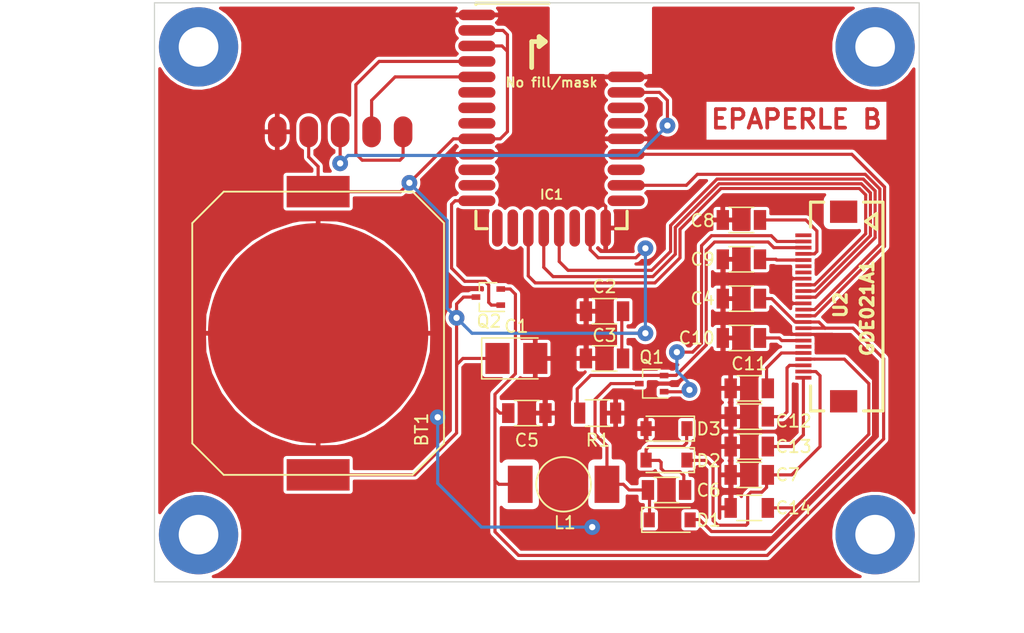
<source format=kicad_pcb>
(kicad_pcb (version 20171130) (host pcbnew "(2017-12-02 revision 3109343b9)-master")
  (layers (0 F.Cu signal) (31 B.Cu signal) (34 B.Paste user) (35 F.Paste user) (36 B.SilkS user) (37 F.SilkS user) (38 B.Mask user) (39 F.Mask user) (44 Edge.Cuts user))
  (net 0 "")
  (net 1 GND)
  (net 2 "Net-(C6-Pad1)")
  (net 3 "Net-(C6-Pad2)")
  (net 4 /PREVGL)
  (net 5 "Net-(C8-Pad1)")
  (net 6 "Net-(C9-Pad1)")
  (net 7 "Net-(C10-Pad1)")
  (net 8 "Net-(C11-Pad1)")
  (net 9 "Net-(C12-Pad1)")
  (net 10 "Net-(C13-Pad1)")
  (net 11 "Net-(IC1-Pad4)")
  (net 12 "Net-(IC1-Pad5)")
  (net 13 "Net-(IC1-Pad16)")
  (net 14 "Net-(IC1-Pad17)")
  (net 15 "Net-(IC1-Pad18)")
  (net 16 "Net-(IC1-Pad23)")
  (net 17 "Net-(IC1-Pad25)")
  (net 18 "Net-(IC1-Pad29)")
  (net 19 /GDR)
  (net 20 /RESE)
  (net 21 /PREVGH)
  (net 22 +3V3)
  (net 23 "Net-(HOLE1-Pad1)")
  (net 24 "Net-(HOLE2-Pad1)")
  (net 25 "Net-(HOLE3-Pad1)")
  (net 26 "Net-(HOLE4-Pad1)")
  (net 27 "Net-(IC1-Pad6)")
  (net 28 "Net-(IC1-Pad7)")
  (net 29 "Net-(IC1-Pad8)")
  (net 30 "Net-(IC1-Pad11)")
  (net 31 "Net-(IC1-Pad12)")
  (net 32 "Net-(IC1-Pad14)")
  (net 33 "Net-(IC1-Pad15)")
  (net 34 "Net-(IC1-Pad19)")
  (net 35 "Net-(IC1-Pad22)")
  (net 36 "Net-(IC1-Pad24)")
  (net 37 "Net-(IC1-Pad27)")
  (net 38 "Net-(IC1-Pad28)")
  (net 39 "Net-(U2-Pad19)")
  (net 40 "Net-(U2-Pad7)")
  (net 41 "Net-(U2-Pad6)")
  (net 42 "Net-(U2-Pad1)")
  (net 43 /POWER_SW)
  (net 44 +3.3VP)
  (module bathold:BAT-HLD-001 (layer F.Cu) (at 170.942 106.934 270)
    (fp_text reference BT1 (at 7.7724 -8.3566 270) (layer F.SilkS))
    (fp_text value BAT-HLD-001 hide)
    (pad 2 smd oval (at 0 0 270) (size 17.78 17.78) (layers F.Cu F.Paste F.Mask) (net 1 GND))
    (pad 1 smd rect (at 11.43 0 270) (size 2.54 5.08) (layers F.Cu F.Paste F.Mask) (net 22 +3V3))
    (pad 1 smd rect (at -11.43 0 270) (size 2.54 5.08) (layers F.Cu F.Paste F.Mask) (net 22 +3V3))
  )
  (module TO_SOT_Packages_SMD:SOT-323_SC-70 (layer F.Cu) (at 184.6834 104.013 180)
    (fp_text reference Q2 (at -0.05 -1.95 180) (layer F.SilkS))
    (fp_text value Q_PMOS_GSD)
    (pad 3 smd rect (at 1 0 90) (size 0.45 0.7) (layers F.Cu F.Paste F.Mask) (net 22 +3V3))
    (pad 2 smd rect (at -1 0.65 90) (size 0.45 0.7) (layers F.Cu F.Paste F.Mask) (net 44 +3.3VP))
    (pad 1 smd rect (at -1 -0.65 90) (size 0.45 0.7) (layers F.Cu F.Paste F.Mask) (net 43 /POWER_SW))
  )
  (module smd_pads_array:PAD_1.5mm*2.5mm_5x100mil (layer F.Cu) (at 167.64254 90.678 270)
    (fp_text reference P1)
    (fp_text value CONN_5 hide)
    (pad 1 smd oval (at 0 0 270) (size 2.49936 1.4986) (layers F.Cu F.Mask) (net 1 GND))
    (pad 2 smd oval (at 0 -2.53746 270) (size 2.49936 1.50114) (layers F.Cu F.Mask) (net 22 +3V3))
    (pad 3 smd oval (at 0 -5.07746 270) (size 2.49936 1.50114) (layers F.Cu F.Mask) (net 18 "Net-(IC1-Pad29)"))
    (pad 4 smd oval (at 0 -7.61746 270) (size 2.49936 1.50114) (layers F.Cu F.Mask) (net 12 "Net-(IC1-Pad5)"))
    (pad 5 smd oval (at 0 -10.15746 270) (size 2.49936 1.50114) (layers F.Cu F.Mask) (net 11 "Net-(IC1-Pad4)"))
  )
  (module Diodes_SMD:D_SOD-123 (layer F.Cu) (at 199.316254 121.996759)
    (fp_text reference D1 (at 3.147146 0.024841) (layer F.SilkS))
    (fp_text value MBR0530)
    (pad 2 smd rect (at 1.65 0) (size 0.9 1.2) (layers F.Cu F.Paste F.Mask) (net 21 /PREVGH))
    (pad 1 smd rect (at -1.65 0) (size 0.9 1.2) (layers F.Cu F.Paste F.Mask) (net 3 "Net-(C6-Pad2)"))
  )
  (module Diodes_SMD:D_SOD-123 (layer F.Cu) (at 199.062252 117.170754 180)
    (fp_text reference D2 (at -3.401148 -0.050246 180) (layer F.SilkS))
    (fp_text value MBR0530)
    (pad 1 smd rect (at -1.65 0 180) (size 0.9 1.2) (layers F.Cu F.Paste F.Mask) (net 4 /PREVGL))
    (pad 2 smd rect (at 1.65 0 180) (size 0.9 1.2) (layers F.Cu F.Paste F.Mask) (net 2 "Net-(C6-Pad1)"))
  )
  (module Diodes_SMD:D_SOD-123 (layer F.Cu) (at 199.062251 114.630756 180)
    (fp_text reference D3 (at -3.401149 -0.024844 180) (layer F.SilkS))
    (fp_text value MBR0530)
    (pad 2 smd rect (at 1.65 0 180) (size 0.9 1.2) (layers F.Cu F.Paste F.Mask) (net 1 GND))
    (pad 1 smd rect (at -1.65 0 180) (size 0.9 1.2) (layers F.Cu F.Paste F.Mask) (net 2 "Net-(C6-Pad1)"))
  )
  (module Capacitors_Tantalum_SMD:CP_Tantalum_Case-B_EIA-3528-21_Reflow (layer F.Cu) (at 186.944 108.966)
    (fp_text reference C1 (at 0 -2.5908) (layer F.SilkS))
    (fp_text value 100uF/6.3V)
    (pad 2 smd rect (at 1.525 0) (size 1.95 2.5) (layers F.Cu F.Paste F.Mask) (net 1 GND))
    (pad 1 smd rect (at -1.525 0) (size 1.95 2.5) (layers F.Cu F.Paste F.Mask) (net 22 +3V3))
  )
  (module TO_SOT_Packages_SMD:SOT-323_SC-70 (layer F.Cu) (at 197.866 110.998 180)
    (fp_text reference Q1 (at 0 2.1336 180) (layer F.SilkS))
    (fp_text value Si1304BDL)
    (pad 3 smd rect (at 1 0 90) (size 0.45 0.7) (layers F.Cu F.Paste F.Mask) (net 3 "Net-(C6-Pad2)"))
    (pad 2 smd rect (at -1 0.65 90) (size 0.45 0.7) (layers F.Cu F.Paste F.Mask) (net 20 /RESE))
    (pad 1 smd rect (at -1 -0.65 90) (size 0.45 0.7) (layers F.Cu F.Paste F.Mask) (net 19 /GDR))
  )
  (module bluegiga:BLE112-A (layer F.Cu) (at 189.779307 89.391433)
    (fp_text reference IC1 (at 0 6.35) (layer F.SilkS) (effects (font (size 0.762 0.762) (thickness 0.1524))))
    (fp_text value BLE112-A hide)
    (fp_text user "No fill/mask" (at 0 -2.7 180) (layer F.SilkS) (effects (font (size 0.762 0.762) (thickness 0.1524))))
    (pad 1 smd oval (at -6.02488 -8.15086) (size 2.99974 0.8509) (layers F.Cu F.Paste F.Mask) (net 1 GND))
    (pad 2 smd oval (at -6.02488 -6.90118) (size 2.99974 0.8509) (layers F.Cu F.Paste F.Mask) (net 22 +3V3))
    (pad 3 smd oval (at -6.02488 -5.64896) (size 2.99974 0.8509) (layers F.Cu F.Paste F.Mask) (net 22 +3V3))
    (pad 4 smd oval (at -6.02488 -4.39928) (size 2.99974 0.8509) (layers F.Cu F.Paste F.Mask) (net 11 "Net-(IC1-Pad4)"))
    (pad 5 smd oval (at -6.02488 -3.1496) (size 2.99974 0.8509) (layers F.Cu F.Paste F.Mask) (net 12 "Net-(IC1-Pad5)"))
    (pad 6 smd oval (at -6.02488 -1.89992) (size 2.99974 0.8509) (layers F.Cu F.Paste F.Mask) (net 27 "Net-(IC1-Pad6)"))
    (pad 7 smd oval (at -6.02488 -0.65024) (size 2.99974 0.8509) (layers F.Cu F.Paste F.Mask) (net 28 "Net-(IC1-Pad7)"))
    (pad 8 smd oval (at -6.02488 0.59944) (size 2.99974 0.8509) (layers F.Cu F.Paste F.Mask) (net 29 "Net-(IC1-Pad8)"))
    (pad 9 smd oval (at -6.02488 1.84912) (size 2.99974 0.8509) (layers F.Cu F.Paste F.Mask) (net 22 +3V3))
    (pad 10 smd oval (at -6.02488 3.0988) (size 2.99974 0.8509) (layers F.Cu F.Paste F.Mask) (net 1 GND))
    (pad 11 smd oval (at -6.02488 4.35102) (size 2.99974 0.8509) (layers F.Cu F.Paste F.Mask) (net 30 "Net-(IC1-Pad11)"))
    (pad 12 smd oval (at -6.02488 5.6007) (size 2.99974 0.8509) (layers F.Cu F.Paste F.Mask) (net 31 "Net-(IC1-Pad12)"))
    (pad 13 smd oval (at -6.02488 6.85038) (size 2.99974 0.8509) (layers F.Cu F.Paste F.Mask) (net 43 /POWER_SW))
    (pad 14 smd oval (at -4.37388 9.05002 90) (size 2.99974 0.8509) (layers F.Cu F.Paste F.Mask) (net 32 "Net-(IC1-Pad14)"))
    (pad 15 smd oval (at -3.1242 9.05002 90) (size 2.99974 0.8509) (layers F.Cu F.Paste F.Mask) (net 33 "Net-(IC1-Pad15)"))
    (pad 16 smd oval (at -1.87452 9.05002 90) (size 2.99974 0.8509) (layers F.Cu F.Paste F.Mask) (net 13 "Net-(IC1-Pad16)"))
    (pad 17 smd oval (at -0.62484 9.05002 90) (size 2.99974 0.8509) (layers F.Cu F.Paste F.Mask) (net 14 "Net-(IC1-Pad17)"))
    (pad 18 smd oval (at 0.62484 9.05002 90) (size 2.99974 0.8509) (layers F.Cu F.Paste F.Mask) (net 15 "Net-(IC1-Pad18)"))
    (pad 19 smd oval (at 1.87452 9.05002 90) (size 2.99974 0.8509) (layers F.Cu F.Paste F.Mask) (net 34 "Net-(IC1-Pad19)"))
    (pad 20 smd oval (at 3.1242 9.05002 90) (size 2.99974 0.8509) (layers F.Cu F.Paste F.Mask) (net 22 +3V3))
    (pad 21 smd oval (at 4.37388 9.05002 90) (size 2.99974 0.8509) (layers F.Cu F.Paste F.Mask) (net 1 GND))
    (pad 22 smd oval (at 6.02488 6.85038) (size 2.99974 0.8509) (layers F.Cu F.Paste F.Mask) (net 35 "Net-(IC1-Pad22)"))
    (pad 23 smd oval (at 6.02488 5.6007) (size 2.99974 0.8509) (layers F.Cu F.Paste F.Mask) (net 16 "Net-(IC1-Pad23)"))
    (pad 24 smd oval (at 6.02488 4.35102) (size 2.99974 0.8509) (layers F.Cu F.Paste F.Mask) (net 36 "Net-(IC1-Pad24)"))
    (pad 25 smd oval (at 6.02488 3.0988) (size 2.99974 0.8509) (layers F.Cu F.Paste F.Mask) (net 17 "Net-(IC1-Pad25)"))
    (pad 26 smd oval (at 6.02488 1.84912) (size 2.99974 0.8509) (layers F.Cu F.Paste F.Mask) (net 1 GND))
    (pad 27 smd oval (at 6.02488 0.59944) (size 2.99974 0.8509) (layers F.Cu F.Paste F.Mask) (net 37 "Net-(IC1-Pad27)"))
    (pad 28 smd oval (at 6.02488 -0.65024) (size 2.99974 0.8509) (layers F.Cu F.Paste F.Mask) (net 38 "Net-(IC1-Pad28)"))
    (pad 29 smd oval (at 6.02488 -1.89992) (size 2.99974 0.8509) (layers F.Cu F.Paste F.Mask) (net 18 "Net-(IC1-Pad29)"))
    (pad 30 smd oval (at 6.02488 -3.1496) (size 2.99974 0.8509) (layers F.Cu F.Paste F.Mask) (net 1 GND))
  )
  (module Fpc:Hirose_FH12A-24S-0.5SH (layer F.Cu) (at 213.36 104.775 270)
    (fp_text reference U2 (at -0.127 0.254 270) (layer F.SilkS) (effects (font (size 1.016 1.016) (thickness 0.254))))
    (fp_text value GDE021A1 (at 0.127 -1.905 270) (layer F.SilkS) (effects (font (size 1.016 1.016) (thickness 0.254))))
    (pad 24 smd rect (at 5.750052 3.249803 180) (size 1.299972 0.299974) (layers F.Cu F.Paste F.Mask) (net 10 "Net-(C13-Pad1)") (clearance 0.0762))
    (pad 23 smd rect (at 5.249926 3.249803 180) (size 1.299972 0.299974) (layers F.Cu F.Paste F.Mask) (net 4 /PREVGL) (clearance 0.0762))
    (pad 22 smd rect (at 4.7498 3.249803 180) (size 1.299972 0.299974) (layers F.Cu F.Paste F.Mask) (net 9 "Net-(C12-Pad1)") (clearance 0.0762))
    (pad 21 smd rect (at 4.249928 3.249803 180) (size 1.299972 0.299974) (layers F.Cu F.Paste F.Mask) (net 21 /PREVGH) (clearance 0.0762))
    (pad 20 smd rect (at 3.749802 3.249803 180) (size 1.299972 0.299974) (layers F.Cu F.Paste F.Mask) (net 8 "Net-(C11-Pad1)") (clearance 0.0762))
    (pad 19 smd rect (at 3.24993 3.249803 180) (size 1.299972 0.299974) (layers F.Cu F.Paste F.Mask) (net 39 "Net-(U2-Pad19)") (clearance 0.0762))
    (pad 18 smd rect (at 2.749804 3.249803 180) (size 1.299972 0.299974) (layers F.Cu F.Paste F.Mask) (net 7 "Net-(C10-Pad1)") (clearance 0.0762))
    (pad 17 smd rect (at 2.249932 3.249803 180) (size 1.299972 0.299974) (layers F.Cu F.Paste F.Mask) (net 1 GND) (clearance 0.0762))
    (pad 16 smd rect (at 1.749806 3.249803 180) (size 1.299972 0.299974) (layers F.Cu F.Paste F.Mask) (net 44 +3.3VP) (clearance 0.0762))
    (pad 15 smd rect (at 1.249934 3.249803 180) (size 1.299972 0.299974) (layers F.Cu F.Paste F.Mask) (net 44 +3.3VP) (clearance 0.0762))
    (pad 14 smd rect (at 0.749808 3.249803 180) (size 1.299972 0.299974) (layers F.Cu F.Paste F.Mask) (net 17 "Net-(IC1-Pad25)") (clearance 0.0762))
    (pad 13 smd rect (at 0.249936 3.249803 180) (size 1.299972 0.299974) (layers F.Cu F.Paste F.Mask) (net 16 "Net-(IC1-Pad23)") (clearance 0.0762))
    (pad 12 smd rect (at -0.249936 3.249803 180) (size 1.299972 0.299974) (layers F.Cu F.Paste F.Mask) (net 1 GND) (clearance 0.0762))
    (pad 11 smd rect (at -0.749808 3.249803 180) (size 1.299972 0.299974) (layers F.Cu F.Paste F.Mask) (net 15 "Net-(IC1-Pad18)") (clearance 0.0762))
    (pad 10 smd rect (at -1.249934 3.249803 180) (size 1.299972 0.299974) (layers F.Cu F.Paste F.Mask) (net 14 "Net-(IC1-Pad17)") (clearance 0.0762))
    (pad 9 smd rect (at -1.749806 3.249803 180) (size 1.299972 0.299974) (layers F.Cu F.Paste F.Mask) (net 13 "Net-(IC1-Pad16)") (clearance 0.0762))
    (pad 8 smd rect (at -2.249932 3.249803 180) (size 1.299972 0.299974) (layers F.Cu F.Paste F.Mask) (net 1 GND) (clearance 0.0762))
    (pad 7 smd rect (at -2.749804 3.249803 180) (size 1.299972 0.299974) (layers F.Cu F.Paste F.Mask) (net 40 "Net-(U2-Pad7)") (clearance 0.0762))
    (pad 6 smd rect (at -3.24993 3.249803 180) (size 1.299972 0.299974) (layers F.Cu F.Paste F.Mask) (net 41 "Net-(U2-Pad6)") (clearance 0.0762))
    (pad 5 smd rect (at -3.749802 3.249803 180) (size 1.299972 0.299974) (layers F.Cu F.Paste F.Mask) (net 6 "Net-(C9-Pad1)") (clearance 0.0762))
    (pad 4 smd rect (at -4.249928 3.249803 180) (size 1.299972 0.299974) (layers F.Cu F.Paste F.Mask) (net 5 "Net-(C8-Pad1)") (clearance 0.0762))
    (pad 3 smd rect (at -4.7498 3.249803 180) (size 1.299972 0.299974) (layers F.Cu F.Paste F.Mask) (net 20 /RESE) (clearance 0.0762))
    (pad 2 smd rect (at -5.249926 3.249803 180) (size 1.299972 0.299974) (layers F.Cu F.Paste F.Mask) (net 19 /GDR) (clearance 0.0762))
    (pad 1 smd rect (at -5.750052 3.249803 180) (size 1.299972 0.299974) (layers F.Cu F.Paste F.Mask) (net 42 "Net-(U2-Pad1)") (clearance 0.0762))
    (pad "" smd rect (at -7.649972 0 180) (size 2.19964 1.799844) (layers F.Cu F.Paste F.Mask) (clearance 0.508))
    (pad "" smd rect (at 7.649972 0 180) (size 2.19964 1.799844) (layers F.Cu F.Paste F.Mask) (clearance 0.508))
  )
  (module Inductors:SDR6603 (layer F.Cu) (at 190.754 119.126 180)
    (fp_text reference L1 (at -0.1 -3.1 180) (layer F.SilkS))
    (fp_text value SDR6603-220M hide)
    (pad 1 smd rect (at 3.5 0 180) (size 2 3) (layers F.Cu F.Paste F.Mask) (net 44 +3.3VP) (clearance 0.508))
    (pad 2 smd rect (at -3.5 0 180) (size 2 3) (layers F.Cu F.Paste F.Mask) (net 3 "Net-(C6-Pad2)") (clearance 0.508))
  )
  (module Capacitors_SMD:C_1206 (layer F.Cu) (at 194.056 105.156 180)
    (fp_text reference C2 (at 0 1.9812 180) (layer F.SilkS))
    (fp_text value 100nF)
    (pad 1 smd rect (at -1.5 0 180) (size 1 1.6) (layers F.Cu F.Paste F.Mask) (net 22 +3V3))
    (pad 2 smd rect (at 1.5 0 180) (size 1 1.6) (layers F.Cu F.Paste F.Mask) (net 1 GND))
  )
  (module Capacitors_SMD:C_1206 (layer F.Cu) (at 194.056 108.966 180)
    (fp_text reference C3 (at 0 1.8542 180) (layer F.SilkS))
    (fp_text value 100nF)
    (pad 2 smd rect (at 1.5 0 180) (size 1 1.6) (layers F.Cu F.Paste F.Mask) (net 1 GND))
    (pad 1 smd rect (at -1.5 0 180) (size 1 1.6) (layers F.Cu F.Paste F.Mask) (net 22 +3V3))
  )
  (module Capacitors_SMD:C_1206 (layer F.Cu) (at 205.105 104.140001 180)
    (fp_text reference C4 (at 3.13061 0.000001 180) (layer F.SilkS))
    (fp_text value 100nF)
    (pad 1 smd rect (at -1.5 0 180) (size 1 1.6) (layers F.Cu F.Paste F.Mask) (net 44 +3.3VP))
    (pad 2 smd rect (at 1.5 0 180) (size 1 1.6) (layers F.Cu F.Paste F.Mask) (net 1 GND))
  )
  (module Capacitors_SMD:C_1206 (layer F.Cu) (at 187.790476 113.377575)
    (fp_text reference C5 (at 0 2.192425) (layer F.SilkS))
    (fp_text value 4.7uF)
    (pad 2 smd rect (at 1.5 0) (size 1 1.6) (layers F.Cu F.Paste F.Mask) (net 1 GND))
    (pad 1 smd rect (at -1.5 0) (size 1 1.6) (layers F.Cu F.Paste F.Mask) (net 44 +3.3VP))
  )
  (module Capacitors_SMD:C_1206 (layer F.Cu) (at 199.06225 119.583758 180)
    (fp_text reference C6 (at -3.40115 -0.024842 180) (layer F.SilkS))
    (fp_text value 2.2uF)
    (pad 1 smd rect (at -1.5 0 180) (size 1 1.6) (layers F.Cu F.Paste F.Mask) (net 2 "Net-(C6-Pad1)"))
    (pad 2 smd rect (at 1.5 0 180) (size 1 1.6) (layers F.Cu F.Paste F.Mask) (net 3 "Net-(C6-Pad2)"))
  )
  (module Capacitors_SMD:C_1206 (layer F.Cu) (at 205.74 118.364 180)
    (fp_text reference C7 (at -3.105209 0 180) (layer F.SilkS))
    (fp_text value 2.2uF)
    (pad 1 smd rect (at -1.5 0 180) (size 1 1.6) (layers F.Cu F.Paste F.Mask) (net 4 /PREVGL))
    (pad 2 smd rect (at 1.5 0 180) (size 1 1.6) (layers F.Cu F.Paste F.Mask) (net 1 GND))
  )
  (module Capacitors_SMD:C_1206 (layer F.Cu) (at 205.105 97.790001 180)
    (fp_text reference C8 (at 3.13061 -0.050799 180) (layer F.SilkS))
    (fp_text value 1uF)
    (pad 1 smd rect (at -1.5 0 180) (size 1 1.6) (layers F.Cu F.Paste F.Mask) (net 5 "Net-(C8-Pad1)"))
    (pad 2 smd rect (at 1.5 0 180) (size 1 1.6) (layers F.Cu F.Paste F.Mask) (net 1 GND))
  )
  (module Capacitors_SMD:C_1206 (layer F.Cu) (at 205.105 100.965001 180)
    (fp_text reference C9 (at 3.13061 0.000001 180) (layer F.SilkS))
    (fp_text value 1uF)
    (pad 1 smd rect (at -1.5 0 180) (size 1 1.6) (layers F.Cu F.Paste F.Mask) (net 6 "Net-(C9-Pad1)"))
    (pad 2 smd rect (at 1.5 0 180) (size 1 1.6) (layers F.Cu F.Paste F.Mask) (net 1 GND))
  )
  (module Capacitors_SMD:C_1206 (layer F.Cu) (at 205.105 107.315001 180)
    (fp_text reference C10 (at 3.6068 0.000001 180) (layer F.SilkS))
    (fp_text value 1uF)
    (pad 2 smd rect (at 1.5 0 180) (size 1 1.6) (layers F.Cu F.Paste F.Mask) (net 1 GND))
    (pad 1 smd rect (at -1.5 0 180) (size 1 1.6) (layers F.Cu F.Paste F.Mask) (net 7 "Net-(C10-Pad1)"))
  )
  (module Capacitors_SMD:C_1206 (layer F.Cu) (at 205.74 111.379 180)
    (fp_text reference C11 (at 0 1.9812 180) (layer F.SilkS))
    (fp_text value 1uF)
    (pad 2 smd rect (at 1.5 0 180) (size 1 1.6) (layers F.Cu F.Paste F.Mask) (net 1 GND))
    (pad 1 smd rect (at -1.5 0 180) (size 1 1.6) (layers F.Cu F.Paste F.Mask) (net 8 "Net-(C11-Pad1)"))
  )
  (module Capacitors_SMD:C_1206 (layer F.Cu) (at 205.74 113.665 180)
    (fp_text reference C12 (at -3.5814 -0.3556 180) (layer F.SilkS))
    (fp_text value 1uF)
    (pad 2 smd rect (at 1.5 0 180) (size 1 1.6) (layers F.Cu F.Paste F.Mask) (net 1 GND))
    (pad 1 smd rect (at -1.5 0 180) (size 1 1.6) (layers F.Cu F.Paste F.Mask) (net 9 "Net-(C12-Pad1)"))
  )
  (module Capacitors_SMD:C_1206 (layer F.Cu) (at 205.74 116.078 180)
    (fp_text reference C13 (at -3.5814 0 180) (layer F.SilkS))
    (fp_text value 1uF)
    (pad 2 smd rect (at 1.5 0 180) (size 1 1.6) (layers F.Cu F.Paste F.Mask) (net 1 GND))
    (pad 1 smd rect (at -1.5 0 180) (size 1 1.6) (layers F.Cu F.Paste F.Mask) (net 10 "Net-(C13-Pad1)"))
  )
  (module Capacitors_SMD:C_1206 (layer F.Cu) (at 205.74 121.031)
    (fp_text reference C14 (at 3.5814 0) (layer F.SilkS))
    (fp_text value 1uF)
    (pad 2 smd rect (at 1.5 0) (size 1 1.6) (layers F.Cu F.Paste F.Mask) (net 21 /PREVGH))
    (pad 1 smd rect (at -1.5 0) (size 1 1.6) (layers F.Cu F.Paste F.Mask) (net 1 GND))
  )
  (module Mounting_Holes:MountingHole_3.2mm_M3_Pad (layer F.Cu) (at 215.9 123.19)
    (fp_text reference HOLE1 hide)
    (fp_text value HOLE)
    (pad 1 thru_hole circle (at 0 0) (size 6.4 6.4) (drill 3.2) (layers *.Cu *.Mask) (net 23 "Net-(HOLE1-Pad1)"))
  )
  (module Mounting_Holes:MountingHole_3.2mm_M3_Pad (layer F.Cu) (at 161.29 83.82)
    (fp_text reference HOLE2 hide)
    (fp_text value HOLE)
    (pad 1 thru_hole circle (at 0 0) (size 6.4 6.4) (drill 3.2) (layers *.Cu *.Mask) (net 24 "Net-(HOLE2-Pad1)"))
  )
  (module Mounting_Holes:MountingHole_3.2mm_M3_Pad (layer F.Cu) (at 161.29 123.19)
    (fp_text reference HOLE3 hide)
    (fp_text value HOLE)
    (pad 1 thru_hole circle (at 0 0) (size 6.4 6.4) (drill 3.2) (layers *.Cu *.Mask) (net 25 "Net-(HOLE3-Pad1)"))
  )
  (module Mounting_Holes:MountingHole_3.2mm_M3_Pad (layer F.Cu) (at 215.9 83.82)
    (fp_text reference HOLE4 hide)
    (fp_text value HOLE)
    (pad 1 thru_hole circle (at 0 0) (size 6.4 6.4) (drill 3.2) (layers *.Cu *.Mask) (net 26 "Net-(HOLE4-Pad1)"))
  )
  (module Resistors_SMD:R_1206 (layer F.Cu) (at 193.505476 113.377567 180)
    (fp_text reference R1 (at -0.017124 -2.192433 180) (layer F.SilkS))
    (fp_text value 3R)
    (pad 2 smd rect (at 1.45 0 180) (size 0.9 1.7) (layers F.Cu F.Paste F.Mask) (net 20 /RESE))
    (pad 1 smd rect (at -1.45 0 180) (size 0.9 1.7) (layers F.Cu F.Paste F.Mask) (net 1 GND))
  )
  (gr_line (start 157.734 127) (end 219.456 127) (angle 90) (layer Edge.Cuts) (width 0.1))
  (gr_line (start 157.734 80.264) (end 219.456 80.264) (angle 90) (layer Edge.Cuts) (width 0.1))
  (gr_text "EPAPERLE B" (at 209.55 89.662) (layer F.Cu) (effects (font (size 1.5 1.5) (thickness 0.3))))
  (gr_line (start 157.734 127) (end 157.734 80.264) (angle 90) (layer Edge.Cuts) (width 0.1))
  (gr_line (start 219.456 80.264) (end 219.456 127) (angle 90) (layer Edge.Cuts) (width 0.1))
  (segment (start 180.594 119.0498) (end 184.1246 122.5804) (width 0.254) (layer B.Cu) (net 1))
  (segment (start 184.1246 122.5804) (end 191.269349 122.5804) (width 0.254) (layer B.Cu) (net 1))
  (segment (start 180.594 113.7158) (end 180.594 119.0498) (width 0.254) (layer B.Cu) (net 1))
  (segment (start 191.269349 122.5804) (end 193.0654 122.5804) (width 0.254) (layer B.Cu) (net 1))
  (segment (start 194.5894 124.1806) (end 191.262 124.1806) (width 0.254) (layer F.Cu) (net 1))
  (segment (start 206.83763 124.1806) (end 194.5894 124.1806) (width 0.254) (layer F.Cu) (net 1))
  (segment (start 193.0654 122.5804) (end 194.5894 124.1044) (width 0.254) (layer F.Cu) (net 1))
  (segment (start 194.5894 124.1044) (end 194.5894 124.1806) (width 0.254) (layer F.Cu) (net 1))
  (via (at 193.0654 122.5804) (size 1.27) (drill 0.508) (layers F.Cu B.Cu) (net 1))
  (segment (start 190.5 123.4186) (end 190.5 115.845799) (width 0.254) (layer F.Cu) (net 1))
  (segment (start 215.773011 115.245219) (end 206.83763 124.1806) (width 0.254) (layer F.Cu) (net 1))
  (segment (start 191.262 124.1806) (end 190.5 123.4186) (width 0.254) (layer F.Cu) (net 1))
  (segment (start 210.110197 107.024932) (end 212.434932 107.024932) (width 0.254) (layer F.Cu) (net 1))
  (segment (start 215.773011 110.363011) (end 215.773011 115.245219) (width 0.254) (layer F.Cu) (net 1))
  (segment (start 212.434932 107.024932) (end 215.773011 110.363011) (width 0.254) (layer F.Cu) (net 1))
  (segment (start 190.5 115.845799) (end 189.187476 114.533275) (width 0.254) (layer F.Cu) (net 1))
  (segment (start 189.187476 114.533275) (end 189.187476 112.056524) (width 0.254) (layer F.Cu) (net 1))
  (segment (start 189.187476 112.056524) (end 191.262 109.982) (width 0.254) (layer F.Cu) (net 1))
  (segment (start 191.262 109.982) (end 191.262 108.966) (width 0.254) (layer F.Cu) (net 1))
  (segment (start 180.8226 113.4872) (end 180.594 113.7158) (width 0.254) (layer F.Cu) (net 1))
  (segment (start 180.8226 106.3244) (end 180.8226 113.4872) (width 0.254) (layer F.Cu) (net 1))
  (via (at 180.594 113.7158) (size 1.27) (drill 0.508) (layers F.Cu B.Cu) (net 1))
  (segment (start 180.213 106.934) (end 180.8226 106.3244) (width 0.254) (layer F.Cu) (net 1))
  (segment (start 170.942 106.934) (end 180.213 106.934) (width 0.254) (layer F.Cu) (net 1))
  (segment (start 180.8226 106.3244) (end 180.8226 93.4974) (width 0.254) (layer F.Cu) (net 1))
  (segment (start 180.8226 93.4974) (end 181.829767 92.490233) (width 0.254) (layer F.Cu) (net 1))
  (segment (start 181.829767 92.490233) (end 183.754427 92.490233) (width 0.254) (layer F.Cu) (net 1))
  (segment (start 192.659 105.156) (end 192.659 104.0003) (width 0.254) (layer F.Cu) (net 1))
  (segment (start 201.071724 98.902276) (end 202.183999 97.790001) (width 0.254) (layer F.Cu) (net 1))
  (segment (start 192.659 104.0003) (end 193.0273 103.632) (width 0.254) (layer F.Cu) (net 1))
  (segment (start 193.0273 103.632) (end 198.628 103.632) (width 0.254) (layer F.Cu) (net 1))
  (segment (start 198.628 103.632) (end 201.071724 101.188276) (width 0.254) (layer F.Cu) (net 1))
  (segment (start 201.071724 101.188276) (end 201.071724 98.902276) (width 0.254) (layer F.Cu) (net 1))
  (segment (start 202.183999 97.790001) (end 203.708 97.790001) (width 0.254) (layer F.Cu) (net 1))
  (segment (start 167.64254 90.678) (end 167.64254 88.621781) (width 0.254) (layer F.Cu) (net 1))
  (segment (start 167.64254 88.621781) (end 171.793549 84.470772) (width 0.254) (layer F.Cu) (net 1))
  (segment (start 171.793549 84.470772) (end 178.165228 84.470772) (width 0.254) (layer F.Cu) (net 1))
  (segment (start 178.165228 84.470772) (end 181.395427 81.240573) (width 0.254) (layer F.Cu) (net 1))
  (segment (start 181.395427 81.240573) (end 183.754427 81.240573) (width 0.254) (layer F.Cu) (net 1))
  (segment (start 192.659 105.156) (end 192.659 108.966) (width 0.254) (layer F.Cu) (net 1))
  (segment (start 189.06998 108.966) (end 191.262 108.966) (width 0.254) (layer F.Cu) (net 1))
  (segment (start 191.262 108.966) (end 192.659 108.966) (width 0.254) (layer F.Cu) (net 1))
  (segment (start 203.708 105.664) (end 203.708 104.140001) (width 0.254) (layer F.Cu) (net 1))
  (segment (start 203.708 105.664) (end 203.708 107.315001) (width 0.254) (layer F.Cu) (net 1))
  (segment (start 209.132932 107.024932) (end 207.772 105.664) (width 0.254) (layer F.Cu) (net 1))
  (segment (start 207.772 105.664) (end 203.708 105.664) (width 0.254) (layer F.Cu) (net 1))
  (segment (start 210.110197 107.024932) (end 209.132932 107.024932) (width 0.254) (layer F.Cu) (net 1))
  (segment (start 203.708 102.984301) (end 203.708 100.965001) (width 0.254) (layer F.Cu) (net 1))
  (segment (start 208.665064 104.525064) (end 210.110197 104.525064) (width 0.254) (layer F.Cu) (net 1))
  (segment (start 208.092211 103.952211) (end 208.665064 104.525064) (width 0.254) (layer F.Cu) (net 1))
  (segment (start 208.092211 102.525068) (end 210.110197 102.525068) (width 0.254) (layer F.Cu) (net 1))
  (segment (start 204.167233 102.525068) (end 208.092211 102.525068) (width 0.254) (layer F.Cu) (net 1))
  (segment (start 208.092211 102.525068) (end 208.092211 103.952211) (width 0.254) (layer F.Cu) (net 1))
  (segment (start 203.708 102.984301) (end 204.167233 102.525068) (width 0.254) (layer F.Cu) (net 1))
  (segment (start 203.708 104.140001) (end 203.708 102.984301) (width 0.254) (layer F.Cu) (net 1))
  (segment (start 203.835 97.663001) (end 203.708 97.790001) (width 0.254) (layer F.Cu) (net 1))
  (segment (start 197.411251 113.738749) (end 198.12 113.03) (width 0.254) (layer F.Cu) (net 1))
  (segment (start 197.411251 114.656156) (end 197.411251 113.738749) (width 0.254) (layer F.Cu) (net 1))
  (segment (start 198.12 113.03) (end 198.258063 113.03) (width 0.254) (layer F.Cu) (net 1))
  (segment (start 196.172476 113.377567) (end 196.520043 113.03) (width 0.254) (layer F.Cu) (net 1))
  (segment (start 195.156476 113.377567) (end 196.172476 113.377567) (width 0.254) (layer F.Cu) (net 1))
  (segment (start 196.520043 113.03) (end 198.258063 113.03) (width 0.254) (layer F.Cu) (net 1))
  (segment (start 204.343 121.031) (end 204.343 118.364) (width 0.254) (layer F.Cu) (net 1))
  (segment (start 204.343 118.364) (end 204.343 116.078) (width 0.254) (layer F.Cu) (net 1))
  (segment (start 204.343 116.078) (end 204.343 113.665) (width 0.254) (layer F.Cu) (net 1))
  (segment (start 204.343 113.665) (end 204.343 111.379) (width 0.254) (layer F.Cu) (net 1))
  (segment (start 203.708 108.839) (end 202.311 110.236) (width 0.254) (layer F.Cu) (net 1))
  (segment (start 202.311 110.236) (end 202.311 112.268) (width 0.254) (layer F.Cu) (net 1))
  (segment (start 202.311 112.268) (end 201.549 113.03) (width 0.254) (layer F.Cu) (net 1))
  (segment (start 201.549 113.03) (end 198.258063 113.03) (width 0.254) (layer F.Cu) (net 1))
  (segment (start 203.708 107.315001) (end 203.708 108.839) (width 0.254) (layer F.Cu) (net 1))
  (segment (start 202.311 112.268) (end 203.2 111.379) (width 0.254) (layer F.Cu) (net 1))
  (segment (start 203.2 111.379) (end 204.343 111.379) (width 0.254) (layer F.Cu) (net 1))
  (segment (start 194.153187 98.441453) (end 194.153187 96.686313) (width 0.254) (layer F.Cu) (net 1))
  (segment (start 194.153187 96.686313) (end 192.446307 94.979433) (width 0.254) (layer F.Cu) (net 1))
  (segment (start 188.636307 82.660433) (end 188.636307 89.137433) (width 0.254) (layer F.Cu) (net 1))
  (segment (start 183.754427 81.240573) (end 187.216447 81.240573) (width 0.254) (layer F.Cu) (net 1))
  (segment (start 187.216447 81.240573) (end 188.636307 82.660433) (width 0.254) (layer F.Cu) (net 1))
  (segment (start 192.446307 94.979433) (end 192.446307 91.296433) (width 0.254) (layer F.Cu) (net 1))
  (segment (start 192.446307 91.296433) (end 192.446307 91.240553) (width 0.254) (layer F.Cu) (net 1))
  (segment (start 192.446307 91.240553) (end 195.804187 91.240553) (width 0.254) (layer F.Cu) (net 1))
  (segment (start 190.795307 91.296433) (end 192.446307 91.296433) (width 0.254) (layer F.Cu) (net 1))
  (segment (start 188.636307 89.137433) (end 190.795307 91.296433) (width 0.254) (layer F.Cu) (net 1))
  (segment (start 192.446307 91.240553) (end 192.446307 86.978433) (width 0.254) (layer F.Cu) (net 1))
  (segment (start 193.182907 86.241833) (end 195.804187 86.241833) (width 0.254) (layer F.Cu) (net 1))
  (segment (start 192.446307 86.978433) (end 193.182907 86.241833) (width 0.254) (layer F.Cu) (net 1))
  (segment (start 189.601507 92.490233) (end 190.795307 91.296433) (width 0.254) (layer F.Cu) (net 1))
  (segment (start 183.754427 92.490233) (end 189.601507 92.490233) (width 0.254) (layer F.Cu) (net 1))
  (segment (start 173.354999 92.583001) (end 196.722999 92.583001) (width 0.254) (layer B.Cu) (net 18))
  (segment (start 172.72 93.218) (end 173.354999 92.583001) (width 0.254) (layer B.Cu) (net 18))
  (segment (start 198.501001 90.804999) (end 199.136 90.17) (width 0.254) (layer B.Cu) (net 18))
  (segment (start 196.722999 92.583001) (end 198.501001 90.804999) (width 0.254) (layer B.Cu) (net 18))
  (segment (start 209.5754 120.904) (end 215.392 115.0874) (width 0.254) (layer F.Cu) (net 21))
  (segment (start 207.5434 122.936) (end 209.5754 120.904) (width 0.254) (layer F.Cu) (net 21))
  (segment (start 207.24 121.031) (end 209.4484 121.031) (width 0.254) (layer F.Cu) (net 21))
  (segment (start 209.4484 121.031) (end 209.5754 120.904) (width 0.254) (layer F.Cu) (net 21))
  (segment (start 215.392 110.998) (end 213.418928 109.024928) (width 0.254) (layer F.Cu) (net 21))
  (segment (start 201.727359 121.971359) (end 202.692 122.936) (width 0.254) (layer F.Cu) (net 21))
  (segment (start 211.014183 109.024928) (end 210.110197 109.024928) (width 0.254) (layer F.Cu) (net 21))
  (segment (start 200.967254 121.971359) (end 201.727359 121.971359) (width 0.254) (layer F.Cu) (net 21))
  (segment (start 213.418928 109.024928) (end 211.014183 109.024928) (width 0.254) (layer F.Cu) (net 21))
  (segment (start 202.692 122.936) (end 207.5434 122.936) (width 0.254) (layer F.Cu) (net 21))
  (segment (start 215.392 115.0874) (end 215.392 110.998) (width 0.254) (layer F.Cu) (net 21))
  (segment (start 182.6768 104.013) (end 182.118 104.5718) (width 0.254) (layer F.Cu) (net 22))
  (segment (start 183.6834 104.013) (end 182.6768 104.013) (width 0.254) (layer F.Cu) (net 22))
  (segment (start 182.118 104.5718) (end 182.118 105.6894) (width 0.254) (layer F.Cu) (net 22))
  (segment (start 181.356 97.840801) (end 181.356 104.9274) (width 0.254) (layer B.Cu) (net 22))
  (segment (start 181.356 104.9274) (end 181.483001 105.054401) (width 0.254) (layer B.Cu) (net 22))
  (segment (start 181.483001 105.054401) (end 182.118 105.6894) (width 0.254) (layer B.Cu) (net 22))
  (segment (start 178.308 94.792801) (end 181.356 97.840801) (width 0.254) (layer B.Cu) (net 22))
  (segment (start 183.3626 106.934) (end 182.752999 106.324399) (width 0.254) (layer B.Cu) (net 22))
  (segment (start 182.752999 106.324399) (end 182.118 105.6894) (width 0.254) (layer B.Cu) (net 22))
  (segment (start 197.358 106.934) (end 183.3626 106.934) (width 0.254) (layer B.Cu) (net 22))
  (segment (start 182.118 106.587425) (end 182.118 105.6894) (width 0.254) (layer F.Cu) (net 22))
  (segment (start 182.118 109.601) (end 182.118 106.587425) (width 0.254) (layer F.Cu) (net 22))
  (via (at 182.118 105.6894) (size 1.27) (drill 0.508) (layers F.Cu B.Cu) (net 22))
  (segment (start 182.118 114.9858) (end 182.118 109.601) (width 0.254) (layer F.Cu) (net 22))
  (segment (start 170.942 118.364) (end 178.7398 118.364) (width 0.254) (layer F.Cu) (net 22))
  (segment (start 178.7398 118.364) (end 182.118 114.9858) (width 0.254) (layer F.Cu) (net 22))
  (segment (start 183.754427 91.240553) (end 181.860248 91.240553) (width 0.254) (layer F.Cu) (net 22))
  (segment (start 177.596801 95.504) (end 178.308 94.792801) (width 0.254) (layer F.Cu) (net 22))
  (segment (start 181.860248 91.240553) (end 179.577999 93.522802) (width 0.254) (layer F.Cu) (net 22))
  (segment (start 170.942 95.504) (end 177.596801 95.504) (width 0.254) (layer F.Cu) (net 22))
  (segment (start 179.577999 93.522802) (end 178.308 94.792801) (width 0.254) (layer F.Cu) (net 22))
  (via (at 178.308 94.792801) (size 1.27) (drill 0.508) (layers F.Cu B.Cu) (net 22))
  (segment (start 182.118 109.601) (end 182.118 109.474) (width 0.254) (layer F.Cu) (net 22))
  (segment (start 186.223307 82.845307) (end 185.868253 82.490253) (width 0.254) (layer F.Cu) (net 22))
  (segment (start 185.868253 82.490253) (end 183.754427 82.490253) (width 0.254) (layer F.Cu) (net 22))
  (segment (start 186.223307 84.184433) (end 186.223307 82.845307) (width 0.254) (layer F.Cu) (net 22))
  (segment (start 195.453 105.156) (end 195.453 106.934) (width 0.254) (layer F.Cu) (net 22))
  (segment (start 195.453 106.934) (end 195.453 108.966) (width 0.254) (layer F.Cu) (net 22))
  (segment (start 197.358 106.934) (end 195.453 106.934) (width 0.254) (layer F.Cu) (net 22))
  (via (at 197.358 106.934) (size 1.27) (drill 0.508) (layers F.Cu B.Cu) (net 22))
  (segment (start 197.358 100.076) (end 197.358 106.934) (width 0.254) (layer B.Cu) (net 22))
  (segment (start 193.546184 100.838) (end 196.596 100.838) (width 0.254) (layer F.Cu) (net 22))
  (segment (start 196.596 100.838) (end 197.358 100.076) (width 0.254) (layer F.Cu) (net 22))
  (via (at 197.358 100.076) (size 1.27) (drill 0.508) (layers F.Cu B.Cu) (net 22))
  (segment (start 192.903507 98.441453) (end 192.903507 100.195323) (width 0.254) (layer F.Cu) (net 22))
  (segment (start 192.903507 100.195323) (end 193.546184 100.838) (width 0.254) (layer F.Cu) (net 22))
  (segment (start 170.18 92.71) (end 170.942 93.472) (width 0.254) (layer F.Cu) (net 22))
  (segment (start 170.942 93.472) (end 170.942 95.504) (width 0.254) (layer F.Cu) (net 22))
  (segment (start 170.18 90.678) (end 170.18 92.71) (width 0.254) (layer F.Cu) (net 22))
  (segment (start 182.118 109.474) (end 182.626 108.966) (width 0.254) (layer F.Cu) (net 22))
  (segment (start 182.626 108.966) (end 184.81802 108.966) (width 0.254) (layer F.Cu) (net 22))
  (segment (start 184.404 102.743) (end 184.7088 103.0478) (width 0.254) (layer F.Cu) (net 43))
  (segment (start 184.7088 103.0478) (end 184.7088 104.4448) (width 0.254) (layer F.Cu) (net 43))
  (segment (start 182.7784 102.743) (end 184.404 102.743) (width 0.254) (layer F.Cu) (net 43))
  (segment (start 181.7116 96.53077) (end 181.7116 101.6762) (width 0.254) (layer F.Cu) (net 43))
  (segment (start 181.7116 101.6762) (end 182.7784 102.743) (width 0.254) (layer F.Cu) (net 43))
  (segment (start 183.754427 96.241813) (end 182.000557 96.241813) (width 0.254) (layer F.Cu) (net 43))
  (segment (start 184.7088 104.4448) (end 184.927 104.663) (width 0.254) (layer F.Cu) (net 43))
  (segment (start 184.927 104.663) (end 185.6834 104.663) (width 0.254) (layer F.Cu) (net 43))
  (segment (start 182.000557 96.241813) (end 181.7116 96.53077) (width 0.254) (layer F.Cu) (net 43))
  (segment (start 216.5858 108.9914) (end 214.119206 106.524806) (width 0.254) (layer F.Cu) (net 44))
  (segment (start 207.1878 124.8664) (end 216.5858 115.4684) (width 0.254) (layer F.Cu) (net 44))
  (segment (start 185.2168 118.8212) (end 185.2168 122.9614) (width 0.254) (layer F.Cu) (net 44))
  (segment (start 185.2168 122.9614) (end 187.1218 124.8664) (width 0.254) (layer F.Cu) (net 44))
  (segment (start 216.5858 115.4684) (end 216.5858 108.9914) (width 0.254) (layer F.Cu) (net 44))
  (segment (start 187.1218 124.8664) (end 207.1878 124.8664) (width 0.254) (layer F.Cu) (net 44))
  (segment (start 214.119206 106.524806) (end 211.85912 106.524806) (width 0.254) (layer F.Cu) (net 44))
  (segment (start 186.4464 103.363) (end 186.8678 103.7844) (width 0.254) (layer F.Cu) (net 44))
  (segment (start 185.6834 103.363) (end 186.4464 103.363) (width 0.254) (layer F.Cu) (net 44))
  (segment (start 186.8678 103.7844) (end 186.8678 110.199402) (width 0.254) (layer F.Cu) (net 44))
  (segment (start 186.8678 110.199402) (end 185.2168 111.850402) (width 0.254) (layer F.Cu) (net 44))
  (segment (start 185.2168 111.850402) (end 185.2168 112.9792) (width 0.254) (layer F.Cu) (net 44))
  (segment (start 211.85912 106.524806) (end 210.110197 106.524806) (width 0.254) (layer F.Cu) (net 44))
  (segment (start 210.110197 106.024934) (end 211.359248 106.024934) (width 0.254) (layer F.Cu) (net 44))
  (segment (start 211.359248 106.024934) (end 211.85912 106.524806) (width 0.254) (layer F.Cu) (net 44))
  (segment (start 206.502 104.140001) (end 207.5561 104.140001) (width 0.254) (layer F.Cu) (net 44))
  (segment (start 207.5561 104.140001) (end 209.441033 106.024934) (width 0.254) (layer F.Cu) (net 44))
  (segment (start 209.441033 106.024934) (end 210.110197 106.024934) (width 0.254) (layer F.Cu) (net 44))
  (segment (start 185.644187 91.240553) (end 183.754427 91.240553) (width 0.254) (layer F.Cu) (net 22))
  (segment (start 186.223307 90.661433) (end 185.644187 91.240553) (width 0.254) (layer F.Cu) (net 22))
  (segment (start 186.223307 84.184433) (end 186.223307 90.661433) (width 0.254) (layer F.Cu) (net 22))
  (segment (start 183.754427 83.742473) (end 185.781347 83.742473) (width 0.254) (layer F.Cu) (net 22))
  (segment (start 185.781347 83.742473) (end 186.223307 84.184433) (width 0.254) (layer F.Cu) (net 22))
  (segment (start 183.754427 91.240553) (end 182.680007 91.240553) (width 0.254) (layer F.Cu) (net 22))
  (segment (start 198.476154 117.196154) (end 197.411252 117.196154) (width 0.254) (layer F.Cu) (net 2))
  (segment (start 198.627999 117.347999) (end 198.476154 117.196154) (width 0.254) (layer F.Cu) (net 2))
  (segment (start 198.627999 117.855999) (end 198.627999 117.347999) (width 0.254) (layer F.Cu) (net 2))
  (segment (start 198.881999 118.109999) (end 198.627999 117.855999) (width 0.254) (layer F.Cu) (net 2))
  (segment (start 200.151999 118.109999) (end 198.881999 118.109999) (width 0.254) (layer F.Cu) (net 2))
  (segment (start 200.45925 118.41725) (end 200.151999 118.109999) (width 0.254) (layer F.Cu) (net 2))
  (segment (start 200.45925 119.583758) (end 200.45925 118.41725) (width 0.254) (layer F.Cu) (net 2))
  (segment (start 200.687851 115.796147) (end 200.687851 114.656156) (width 0.254) (layer F.Cu) (net 2))
  (segment (start 200.405999 116.077999) (end 200.687851 115.796147) (width 0.254) (layer F.Cu) (net 2))
  (segment (start 197.640407 116.077999) (end 200.405999 116.077999) (width 0.254) (layer F.Cu) (net 2))
  (segment (start 197.411252 117.196154) (end 197.411252 116.307154) (width 0.254) (layer F.Cu) (net 2))
  (segment (start 197.411252 116.307154) (end 197.640407 116.077999) (width 0.254) (layer F.Cu) (net 2))
  (segment (start 194.254 119.126) (end 194.254 116.022) (width 0.254) (layer F.Cu) (net 3))
  (segment (start 193.294 112.268) (end 194.564 110.998) (width 0.254) (layer F.Cu) (net 3))
  (segment (start 194.254 116.022) (end 193.294 115.062) (width 0.254) (layer F.Cu) (net 3))
  (segment (start 194.564 110.998) (end 196.85 110.998) (width 0.254) (layer F.Cu) (net 3))
  (segment (start 193.294 115.062) (end 193.294 112.268) (width 0.254) (layer F.Cu) (net 3))
  (segment (start 197.690654 119.609162) (end 197.66525 119.583758) (width 0.254) (layer F.Cu) (net 3))
  (segment (start 197.66525 121.945955) (end 197.690654 121.971359) (width 0.254) (layer F.Cu) (net 3))
  (segment (start 197.690654 119.609162) (end 197.66525 119.583758) (width 0.254) (layer F.Cu) (net 3))
  (segment (start 197.690654 121.971359) (end 197.690654 119.609162) (width 0.254) (layer F.Cu) (net 3))
  (segment (start 196.037758 119.583758) (end 197.66525 119.583758) (width 0.254) (layer F.Cu) (net 3))
  (segment (start 195.58 119.126) (end 196.037758 119.583758) (width 0.254) (layer F.Cu) (net 3))
  (segment (start 194.254 119.126) (end 195.58 119.126) (width 0.254) (layer F.Cu) (net 3))
  (segment (start 202.286154 117.196154) (end 202.819 117.729) (width 0.254) (layer F.Cu) (net 4))
  (segment (start 202.819 117.729) (end 202.819 122.047) (width 0.254) (layer F.Cu) (net 4))
  (segment (start 202.819 122.047) (end 203.2 122.428) (width 0.254) (layer F.Cu) (net 4))
  (segment (start 203.2 122.428) (end 205.486 122.428) (width 0.254) (layer F.Cu) (net 4))
  (segment (start 205.486 122.428) (end 205.613 122.301) (width 0.254) (layer F.Cu) (net 4))
  (segment (start 205.613 122.301) (end 205.613 120.015) (width 0.254) (layer F.Cu) (net 4))
  (segment (start 205.613 120.015) (end 205.867 119.761) (width 0.254) (layer F.Cu) (net 4))
  (segment (start 205.867 119.761) (end 206.756 119.761) (width 0.254) (layer F.Cu) (net 4))
  (segment (start 206.756 119.761) (end 207.137 119.38) (width 0.254) (layer F.Cu) (net 4))
  (segment (start 207.137 119.38) (end 207.137 118.364) (width 0.254) (layer F.Cu) (net 4))
  (segment (start 200.687852 117.196154) (end 202.286154 117.196154) (width 0.254) (layer F.Cu) (net 4))
  (segment (start 209.169 118.364) (end 211.455 116.078) (width 0.254) (layer F.Cu) (net 4))
  (segment (start 211.455 116.078) (end 211.455 110.363) (width 0.254) (layer F.Cu) (net 4))
  (segment (start 211.455 110.363) (end 211.116926 110.024926) (width 0.254) (layer F.Cu) (net 4))
  (segment (start 211.116926 110.024926) (end 210.110197 110.024926) (width 0.254) (layer F.Cu) (net 4))
  (segment (start 207.137 118.364) (end 209.169 118.364) (width 0.254) (layer F.Cu) (net 4))
  (segment (start 210.312001 97.790001) (end 211.201 98.679) (width 0.254) (layer F.Cu) (net 5))
  (segment (start 211.201 98.679) (end 211.201 100.33) (width 0.254) (layer F.Cu) (net 5))
  (segment (start 211.201 100.33) (end 211.005928 100.525072) (width 0.254) (layer F.Cu) (net 5))
  (segment (start 211.005928 100.525072) (end 210.110197 100.525072) (width 0.254) (layer F.Cu) (net 5))
  (segment (start 206.502 97.790001) (end 210.312001 97.790001) (width 0.254) (layer F.Cu) (net 5))
  (segment (start 207.959198 101.025198) (end 210.110197 101.025198) (width 0.254) (layer F.Cu) (net 6))
  (segment (start 207.899001 100.965001) (end 207.959198 101.025198) (width 0.254) (layer F.Cu) (net 6))
  (segment (start 206.502 100.965001) (end 207.899001 100.965001) (width 0.254) (layer F.Cu) (net 6))
  (segment (start 208.362804 107.524804) (end 210.110197 107.524804) (width 0.254) (layer F.Cu) (net 7))
  (segment (start 208.153001 107.315001) (end 208.362804 107.524804) (width 0.254) (layer F.Cu) (net 7))
  (segment (start 206.502 107.315001) (end 208.153001 107.315001) (width 0.254) (layer F.Cu) (net 7))
  (segment (start 207.137 109.728) (end 208.340198 108.524802) (width 0.254) (layer F.Cu) (net 8))
  (segment (start 208.340198 108.524802) (end 210.110197 108.524802) (width 0.254) (layer F.Cu) (net 8))
  (segment (start 207.137 111.379) (end 207.137 109.728) (width 0.254) (layer F.Cu) (net 8))
  (segment (start 208.407 113.665) (end 208.788 113.284) (width 0.254) (layer F.Cu) (net 9))
  (segment (start 208.788 113.284) (end 208.788 109.728) (width 0.254) (layer F.Cu) (net 9))
  (segment (start 208.788 109.728) (end 208.9912 109.5248) (width 0.254) (layer F.Cu) (net 9))
  (segment (start 208.9912 109.5248) (end 210.110197 109.5248) (width 0.254) (layer F.Cu) (net 9))
  (segment (start 207.137 113.665) (end 208.407 113.665) (width 0.254) (layer F.Cu) (net 9))
  (segment (start 209.169 116.078) (end 210.110197 115.136803) (width 0.254) (layer F.Cu) (net 10))
  (segment (start 210.110197 115.136803) (end 210.110197 110.525052) (width 0.254) (layer F.Cu) (net 10))
  (segment (start 207.137 116.078) (end 209.169 116.078) (width 0.254) (layer F.Cu) (net 10))
  (segment (start 183.754427 84.992153) (end 175.865847 84.992153) (width 0.254) (layer F.Cu) (net 11))
  (segment (start 175.865847 84.992153) (end 173.99 86.868) (width 0.254) (layer F.Cu) (net 11))
  (segment (start 173.99 86.868) (end 173.99 92.456) (width 0.254) (layer F.Cu) (net 11))
  (segment (start 173.99 92.456) (end 174.498 92.964) (width 0.254) (layer F.Cu) (net 11))
  (segment (start 174.498 92.964) (end 177.546 92.964) (width 0.254) (layer F.Cu) (net 11))
  (segment (start 177.8 92.71) (end 177.8 90.678) (width 0.254) (layer F.Cu) (net 11))
  (segment (start 177.546 92.964) (end 177.8 92.71) (width 0.254) (layer F.Cu) (net 11))
  (segment (start 183.65658 85.09) (end 183.754427 84.992153) (width 0.254) (layer F.Cu) (net 11))
  (segment (start 177.8 90.678) (end 177.8 90.17889) (width 0.254) (layer F.Cu) (net 11))
  (segment (start 183.754427 84.992153) (end 182.680007 84.992153) (width 0.254) (layer F.Cu) (net 11))
  (segment (start 177.156167 86.241833) (end 183.754427 86.241833) (width 0.254) (layer F.Cu) (net 12))
  (segment (start 175.26 88.138) (end 177.156167 86.241833) (width 0.254) (layer F.Cu) (net 12))
  (segment (start 175.26 90.678) (end 175.26 88.138) (width 0.254) (layer F.Cu) (net 12))
  (segment (start 183.754427 86.241833) (end 182.680007 86.241833) (width 0.254) (layer F.Cu) (net 12))
  (segment (start 210.110197 103.025194) (end 211.014183 103.025194) (width 0.254) (layer F.Cu) (net 13))
  (segment (start 211.014183 103.025194) (end 215.138 98.901377) (width 0.254) (layer F.Cu) (net 13))
  (segment (start 215.138 98.901377) (end 215.138 95.760284) (width 0.254) (layer F.Cu) (net 13))
  (segment (start 198.12587 102.87) (end 188.468 102.87) (width 0.254) (layer F.Cu) (net 13))
  (segment (start 215.138 95.760284) (end 214.627716 95.25) (width 0.254) (layer F.Cu) (net 13))
  (segment (start 214.627716 95.25) (end 203.454 95.25) (width 0.254) (layer F.Cu) (net 13))
  (segment (start 200.152 98.552) (end 200.152 100.84387) (width 0.254) (layer F.Cu) (net 13))
  (segment (start 203.454 95.25) (end 200.152 98.552) (width 0.254) (layer F.Cu) (net 13))
  (segment (start 188.468 102.87) (end 187.904787 102.306787) (width 0.254) (layer F.Cu) (net 13))
  (segment (start 187.904787 102.306787) (end 187.904787 98.441453) (width 0.254) (layer F.Cu) (net 13))
  (segment (start 200.152 100.84387) (end 198.12587 102.87) (width 0.254) (layer F.Cu) (net 13))
  (segment (start 210.110197 103.525066) (end 211.053139 103.525066) (width 0.254) (layer F.Cu) (net 14))
  (segment (start 211.053139 103.525066) (end 215.519011 99.059196) (width 0.254) (layer F.Cu) (net 14))
  (segment (start 214.785535 94.868989) (end 203.296181 94.868989) (width 0.254) (layer F.Cu) (net 14))
  (segment (start 215.519011 99.059196) (end 215.519011 95.602465) (width 0.254) (layer F.Cu) (net 14))
  (segment (start 189.90426 102.362) (end 189.154467 101.612207) (width 0.254) (layer F.Cu) (net 14))
  (segment (start 215.519011 95.602465) (end 214.785535 94.868989) (width 0.254) (layer F.Cu) (net 14))
  (segment (start 203.296181 94.868989) (end 199.770989 98.394181) (width 0.254) (layer F.Cu) (net 14))
  (segment (start 199.770989 98.394181) (end 199.770989 100.553784) (width 0.254) (layer F.Cu) (net 14))
  (segment (start 199.770989 100.553784) (end 197.962773 102.362) (width 0.254) (layer F.Cu) (net 14))
  (segment (start 189.154467 101.612207) (end 189.154467 98.441453) (width 0.254) (layer F.Cu) (net 14))
  (segment (start 197.962773 102.362) (end 189.90426 102.362) (width 0.254) (layer F.Cu) (net 14))
  (segment (start 210.110197 104.025192) (end 211.091842 104.025192) (width 0.254) (layer F.Cu) (net 15))
  (segment (start 211.091842 104.025192) (end 215.90002 99.217014) (width 0.254) (layer F.Cu) (net 15))
  (segment (start 215.90002 99.217014) (end 215.90002 95.444646) (width 0.254) (layer F.Cu) (net 15))
  (segment (start 215.90002 95.444646) (end 214.943354 94.48798) (width 0.254) (layer F.Cu) (net 15))
  (segment (start 199.38998 100.33002) (end 197.866 101.854) (width 0.254) (layer F.Cu) (net 15))
  (segment (start 214.943354 94.48798) (end 203.138362 94.48798) (width 0.254) (layer F.Cu) (net 15))
  (segment (start 203.138362 94.48798) (end 199.38998 98.236362) (width 0.254) (layer F.Cu) (net 15))
  (segment (start 199.38998 98.236362) (end 199.38998 100.33002) (width 0.254) (layer F.Cu) (net 15))
  (segment (start 190.404147 101.145565) (end 190.404147 98.441453) (width 0.254) (layer F.Cu) (net 15))
  (segment (start 197.866 101.854) (end 191.112582 101.854) (width 0.254) (layer F.Cu) (net 15))
  (segment (start 191.112582 101.854) (end 190.404147 101.145565) (width 0.254) (layer F.Cu) (net 15))
  (segment (start 200.66 94.996) (end 200.656133 94.992133) (width 0.254) (layer F.Cu) (net 16))
  (segment (start 200.656133 94.992133) (end 195.804187 94.992133) (width 0.254) (layer F.Cu) (net 16))
  (segment (start 201.54903 94.10697) (end 200.66 94.996) (width 0.254) (layer F.Cu) (net 16))
  (segment (start 210.110197 105.024936) (end 211.014183 105.024936) (width 0.254) (layer F.Cu) (net 16))
  (segment (start 211.014183 105.024936) (end 216.28103 99.758089) (width 0.254) (layer F.Cu) (net 16))
  (segment (start 216.28103 99.758089) (end 216.28103 95.286827) (width 0.254) (layer F.Cu) (net 16))
  (segment (start 216.28103 95.286827) (end 215.101173 94.10697) (width 0.254) (layer F.Cu) (net 16))
  (segment (start 215.101173 94.10697) (end 201.54903 94.10697) (width 0.254) (layer F.Cu) (net 16))
  (segment (start 195.804187 94.992133) (end 196.878607 94.992133) (width 0.254) (layer F.Cu) (net 16))
  (segment (start 210.110197 105.524808) (end 211.05314 105.524808) (width 0.254) (layer F.Cu) (net 17))
  (segment (start 214.023265 92.490233) (end 195.804187 92.490233) (width 0.254) (layer F.Cu) (net 17))
  (segment (start 211.05314 105.524808) (end 216.66204 99.915908) (width 0.254) (layer F.Cu) (net 17))
  (segment (start 216.66204 99.915908) (end 216.66204 95.129008) (width 0.254) (layer F.Cu) (net 17))
  (segment (start 216.66204 95.129008) (end 214.023265 92.490233) (width 0.254) (layer F.Cu) (net 17))
  (segment (start 195.804187 92.490233) (end 196.878607 92.490233) (width 0.254) (layer F.Cu) (net 17))
  (segment (start 172.72 90.678) (end 172.72 93.218) (width 0.254) (layer F.Cu) (net 18))
  (via (at 172.72 93.218) (size 1.27) (drill 0.508) (layers F.Cu B.Cu) (net 18))
  (segment (start 199.136 90.17) (end 199.136 88.138) (width 0.254) (layer F.Cu) (net 18))
  (segment (start 198.489513 87.491513) (end 195.804187 87.491513) (width 0.254) (layer F.Cu) (net 18))
  (segment (start 199.136 88.138) (end 198.489513 87.491513) (width 0.254) (layer F.Cu) (net 18))
  (via (at 199.136 90.17) (size 1.27) (drill 0.508) (layers F.Cu B.Cu) (net 18))
  (segment (start 198.882 111.6584) (end 200.7616 111.6584) (width 0.254) (layer F.Cu) (net 19))
  (segment (start 200.7616 111.6584) (end 200.914 111.506) (width 0.254) (layer F.Cu) (net 19))
  (segment (start 199.898 109.982) (end 200.914 110.998) (width 0.254) (layer B.Cu) (net 19))
  (via (at 200.914 111.506) (size 1.27) (drill 0.508) (layers F.Cu B.Cu) (net 19))
  (segment (start 200.914 110.998) (end 200.914 111.506) (width 0.254) (layer B.Cu) (net 19))
  (segment (start 199.898 108.458) (end 199.898 109.982) (width 0.254) (layer B.Cu) (net 19))
  (segment (start 201.168 108.458) (end 199.898 108.458) (width 0.254) (layer F.Cu) (net 19))
  (via (at 199.898 108.458) (size 1.27) (drill 0.508) (layers F.Cu B.Cu) (net 19))
  (segment (start 201.888626 107.737374) (end 201.168 108.458) (width 0.254) (layer F.Cu) (net 19))
  (segment (start 201.888626 107.737374) (end 201.888626 99.863374) (width 0.254) (layer F.Cu) (net 19))
  (segment (start 201.888626 99.863374) (end 202.692 99.06) (width 0.254) (layer F.Cu) (net 19))
  (segment (start 202.692 99.06) (end 207.518 99.06) (width 0.254) (layer F.Cu) (net 19))
  (segment (start 207.518 99.06) (end 207.983074 99.525074) (width 0.254) (layer F.Cu) (net 19))
  (segment (start 207.983074 99.525074) (end 210.110197 99.525074) (width 0.254) (layer F.Cu) (net 19))
  (segment (start 198.882 110.3376) (end 199.827228 110.3376) (width 0.254) (layer F.Cu) (net 20))
  (segment (start 199.827228 110.3376) (end 202.269637 107.895193) (width 0.254) (layer F.Cu) (net 20))
  (segment (start 202.269637 100.244362) (end 202.945999 99.568) (width 0.254) (layer F.Cu) (net 20))
  (segment (start 202.269637 107.895193) (end 202.269637 100.244362) (width 0.254) (layer F.Cu) (net 20))
  (segment (start 207.7212 100.0252) (end 210.110197 100.0252) (width 0.254) (layer F.Cu) (net 20))
  (segment (start 202.945999 99.568) (end 207.264 99.568) (width 0.254) (layer F.Cu) (net 20))
  (segment (start 207.264 99.568) (end 207.7212 100.0252) (width 0.254) (layer F.Cu) (net 20))
  (segment (start 191.854476 111.421524) (end 192.9384 110.3376) (width 0.254) (layer F.Cu) (net 20))
  (segment (start 192.9384 110.3376) (end 198.882 110.3376) (width 0.254) (layer F.Cu) (net 20))
  (segment (start 191.854476 113.377567) (end 191.854476 111.421524) (width 0.254) (layer F.Cu) (net 20))
  (segment (start 185.2168 118.8212) (end 185.5216 119.126) (width 0.254) (layer F.Cu) (net 44))
  (segment (start 185.5216 119.126) (end 187.254 119.126) (width 0.254) (layer F.Cu) (net 44))
  (segment (start 185.2168 112.9792) (end 185.2168 118.8212) (width 0.254) (layer F.Cu) (net 44))
  (segment (start 185.2168 112.9792) (end 185.615175 113.377575) (width 0.254) (layer F.Cu) (net 44))
  (segment (start 185.615175 113.377575) (end 186.012466 113.377575) (width 0.254) (layer F.Cu) (net 44))
  (zone (net 0) (net_name "") (layer F.Cu) (connect_pads (clearance 0.508)) (min_thickness 0.254)
    (keepout (tracks not_allowed) (vias not_allowed) (copperpour not_allowed))
    (fill yes (arc_segments 16) (thermal_gap 0.508) (thermal_bridge_width 0.508))
    (polygon (pts (xy 197.8914 80.0354) (xy 197.8914 86.0044) (xy 189.6364 86.0044) (xy 189.6364 80.0354)))
  )
  (zone (net 1) (net_name GND) (layer F.Cu) (connect_pads (clearance 0.254)) (min_thickness 0.254) (fill yes (arc_segments 32) (thermal_gap 0.254) (thermal_bridge_width 0.381))
    (polygon (pts (xy 219.456 127) (xy 157.734 127) (xy 157.734 80.264) (xy 219.456 80.264)))
  )
)
</source>
